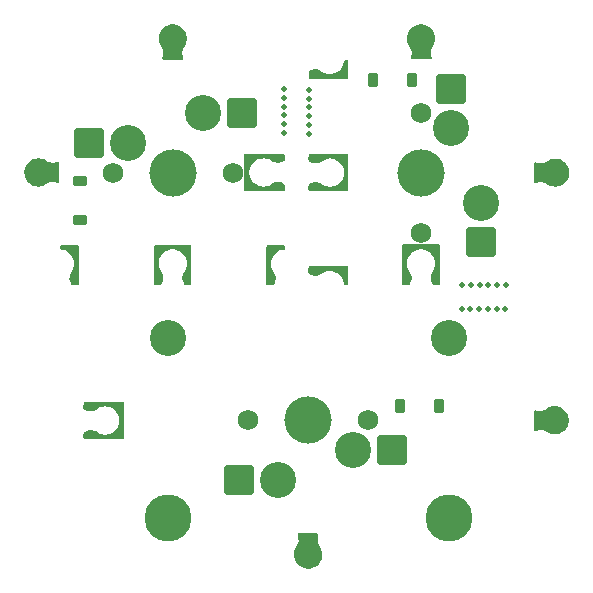
<source format=gbr>
%TF.GenerationSoftware,KiCad,Pcbnew,7.0.7*%
%TF.CreationDate,2023-09-12T19:54:29+10:00*%
%TF.ProjectId,jigsaw,6a696773-6177-42e6-9b69-6361645f7063,rev?*%
%TF.SameCoordinates,Original*%
%TF.FileFunction,Soldermask,Bot*%
%TF.FilePolarity,Negative*%
%FSLAX46Y46*%
G04 Gerber Fmt 4.6, Leading zero omitted, Abs format (unit mm)*
G04 Created by KiCad (PCBNEW 7.0.7) date 2023-09-12 19:54:29*
%MOMM*%
%LPD*%
G01*
G04 APERTURE LIST*
G04 Aperture macros list*
%AMRoundRect*
0 Rectangle with rounded corners*
0 $1 Rounding radius*
0 $2 $3 $4 $5 $6 $7 $8 $9 X,Y pos of 4 corners*
0 Add a 4 corners polygon primitive as box body*
4,1,4,$2,$3,$4,$5,$6,$7,$8,$9,$2,$3,0*
0 Add four circle primitives for the rounded corners*
1,1,$1+$1,$2,$3*
1,1,$1+$1,$4,$5*
1,1,$1+$1,$6,$7*
1,1,$1+$1,$8,$9*
0 Add four rect primitives between the rounded corners*
20,1,$1+$1,$2,$3,$4,$5,0*
20,1,$1+$1,$4,$5,$6,$7,0*
20,1,$1+$1,$6,$7,$8,$9,0*
20,1,$1+$1,$8,$9,$2,$3,0*%
G04 Aperture macros list end*
%ADD10C,3.987800*%
%ADD11C,3.048000*%
%ADD12RoundRect,0.225000X0.375000X-0.225000X0.375000X0.225000X-0.375000X0.225000X-0.375000X-0.225000X0*%
%ADD13C,1.750000*%
%ADD14C,3.050000*%
%ADD15C,4.000000*%
%ADD16RoundRect,0.250000X-1.025000X-1.000000X1.025000X-1.000000X1.025000X1.000000X-1.025000X1.000000X0*%
%ADD17C,0.500000*%
%ADD18RoundRect,0.225000X-0.225000X-0.375000X0.225000X-0.375000X0.225000X0.375000X-0.225000X0.375000X0*%
%ADD19RoundRect,0.225000X0.225000X0.375000X-0.225000X0.375000X-0.225000X-0.375000X0.225000X-0.375000X0*%
%ADD20RoundRect,0.250000X-1.000000X1.025000X-1.000000X-1.025000X1.000000X-1.025000X1.000000X1.025000X0*%
%ADD21RoundRect,0.250000X1.025000X1.000000X-1.025000X1.000000X-1.025000X-1.000000X1.025000X-1.000000X0*%
G04 APERTURE END LIST*
D10*
%TO.C,REF\u002A\u002A*%
X151682921Y-76350431D03*
D11*
X151682921Y-61110431D03*
D10*
X127870421Y-76350431D03*
D11*
X127870421Y-61110431D03*
%TD*%
D12*
%TO.C,D1*%
X120485521Y-51164333D03*
X120485521Y-47864333D03*
%TD*%
D13*
%TO.C,SW1*%
X123216145Y-47134197D03*
D14*
X124486145Y-44594197D03*
D15*
X128296145Y-47134197D03*
D14*
X130836145Y-42054197D03*
D13*
X133376145Y-47134197D03*
D16*
X121211145Y-44594197D03*
X134138145Y-42054197D03*
%TD*%
D17*
%TO.C,REF\u002A\u002A*%
X139816970Y-40134880D03*
X139816970Y-40874880D03*
X139816970Y-41614880D03*
X139816970Y-42354880D03*
X139816970Y-43094880D03*
X139816970Y-43834880D03*
X137766970Y-43784880D03*
X137766970Y-40824880D03*
X137766970Y-43044880D03*
X137766970Y-41564880D03*
X137766970Y-42304880D03*
X137766970Y-40084880D03*
%TD*%
%TO.C,REF\u002A\u002A*%
X156519550Y-56654620D03*
X155779550Y-56654620D03*
X155039550Y-56654620D03*
X154299550Y-56654620D03*
X153559550Y-56654620D03*
X152819550Y-56654620D03*
X156469550Y-58704620D03*
X155729550Y-58704620D03*
X154989550Y-58704620D03*
X154249550Y-58704620D03*
X153509550Y-58704620D03*
X152769550Y-58704620D03*
%TD*%
D18*
%TO.C,D1*%
X148596420Y-39323567D03*
X145296420Y-39323567D03*
%TD*%
D19*
%TO.C,D2*%
X147515753Y-66924634D03*
X150815753Y-66924634D03*
%TD*%
D20*
%TO.C,SW1*%
X154406556Y-52976191D03*
X151866556Y-40049191D03*
D13*
X149326556Y-52214191D03*
D14*
X154406556Y-49674191D03*
D15*
X149326556Y-47134191D03*
D14*
X151866556Y-43324191D03*
D13*
X149326556Y-42054191D03*
%TD*%
D21*
%TO.C,SW2*%
X133934671Y-73175431D03*
X146861671Y-70635431D03*
D13*
X134696671Y-68095431D03*
D14*
X137236671Y-73175431D03*
D15*
X139776671Y-68095431D03*
D14*
X143586671Y-70635431D03*
D13*
X144856671Y-68095431D03*
%TD*%
G36*
X143118023Y-55091396D02*
G01*
X143163778Y-55144200D01*
X143174984Y-55195711D01*
X143174984Y-56535807D01*
X143155299Y-56602846D01*
X143102495Y-56648601D01*
X143050984Y-56659807D01*
X142920450Y-56659807D01*
X142853411Y-56640122D01*
X142807656Y-56587318D01*
X142796939Y-56546808D01*
X142788251Y-56449271D01*
X142732632Y-56245347D01*
X142732629Y-56245341D01*
X142641894Y-56054447D01*
X142641887Y-56054437D01*
X142518884Y-55882559D01*
X142518873Y-55882545D01*
X142367454Y-55735071D01*
X142192385Y-55616641D01*
X142192377Y-55616637D01*
X141999147Y-55530965D01*
X141793826Y-55480746D01*
X141793816Y-55480744D01*
X141582866Y-55467555D01*
X141372890Y-55491810D01*
X141170489Y-55552746D01*
X140982031Y-55648451D01*
X140982020Y-55648457D01*
X140844564Y-55744322D01*
X140822909Y-55756402D01*
X140678011Y-55819153D01*
X140655419Y-55826459D01*
X140500704Y-55860554D01*
X140477133Y-55863421D01*
X140318748Y-55867401D01*
X140295063Y-55865722D01*
X140138823Y-55839439D01*
X140115891Y-55833276D01*
X139967532Y-55777696D01*
X139946197Y-55767275D01*
X139860143Y-55714488D01*
X139813291Y-55662655D01*
X139800980Y-55608790D01*
X139800980Y-55195711D01*
X139820665Y-55128672D01*
X139873469Y-55082917D01*
X139924980Y-55071711D01*
X143050984Y-55071711D01*
X143118023Y-55091396D01*
G37*
G36*
X137763039Y-45566378D02*
G01*
X137808794Y-45619182D01*
X137819999Y-45670182D01*
X137821489Y-46032002D01*
X137802081Y-46099122D01*
X137767281Y-46135008D01*
X137679173Y-46195002D01*
X137658112Y-46206531D01*
X137510579Y-46269582D01*
X137487693Y-46276835D01*
X137330774Y-46310274D01*
X137306917Y-46312981D01*
X137146495Y-46315552D01*
X137122565Y-46313611D01*
X136964656Y-46285220D01*
X136941548Y-46278704D01*
X136792075Y-46220415D01*
X136770640Y-46209557D01*
X136625046Y-46117076D01*
X136427527Y-46017832D01*
X136215091Y-45956739D01*
X135995047Y-45935897D01*
X135995033Y-45935897D01*
X135774919Y-45956013D01*
X135562286Y-46016402D01*
X135364445Y-46114989D01*
X135188190Y-46248393D01*
X135039583Y-46412021D01*
X134923717Y-46600265D01*
X134844578Y-46806650D01*
X134844577Y-46806653D01*
X134804877Y-47024101D01*
X134805983Y-47245127D01*
X134805984Y-47245137D01*
X134847856Y-47462180D01*
X134929058Y-47667765D01*
X135046798Y-47854839D01*
X135197038Y-48016976D01*
X135197043Y-48016980D01*
X135374605Y-48148600D01*
X135374621Y-48148610D01*
X135573426Y-48245207D01*
X135573433Y-48245210D01*
X135786651Y-48303468D01*
X135786649Y-48303468D01*
X136006967Y-48321384D01*
X136226801Y-48298340D01*
X136226815Y-48298337D01*
X136438617Y-48235126D01*
X136635134Y-48133920D01*
X136782145Y-48039730D01*
X136802445Y-48029225D01*
X136949827Y-47969464D01*
X136973141Y-47962582D01*
X137128630Y-47932860D01*
X137152839Y-47930658D01*
X137311142Y-47931843D01*
X137335315Y-47934407D01*
X137490343Y-47966453D01*
X137513552Y-47973684D01*
X137659343Y-48035356D01*
X137680697Y-48046977D01*
X137767425Y-48105875D01*
X137811826Y-48159822D01*
X137821761Y-48208456D01*
X137821761Y-48597701D01*
X137802076Y-48664740D01*
X137749272Y-48710495D01*
X137697761Y-48721701D01*
X134472497Y-48721701D01*
X134405458Y-48702016D01*
X134359703Y-48649212D01*
X134348497Y-48597701D01*
X134348497Y-45670693D01*
X134368182Y-45603654D01*
X134420986Y-45557899D01*
X134472497Y-45546693D01*
X137696000Y-45546693D01*
X137763039Y-45566378D01*
G37*
G36*
X149447993Y-34594748D02*
G01*
X149642745Y-34630304D01*
X149664870Y-34636508D01*
X149849711Y-34707386D01*
X149870312Y-34717566D01*
X150038899Y-34821332D01*
X150057269Y-34835139D01*
X150203818Y-34968235D01*
X150219323Y-34985193D01*
X150338796Y-35143042D01*
X150350907Y-35162572D01*
X150439199Y-35339751D01*
X150447498Y-35361178D01*
X150501585Y-35551618D01*
X150505788Y-35574210D01*
X150523805Y-35771351D01*
X150523767Y-35794330D01*
X150505100Y-35991409D01*
X150500823Y-36013987D01*
X150446108Y-36204246D01*
X150437738Y-36225647D01*
X150345076Y-36410067D01*
X150342014Y-36415469D01*
X150244747Y-36568651D01*
X150177692Y-36740602D01*
X150145030Y-36922250D01*
X150147984Y-37106780D01*
X150147984Y-37106781D01*
X150186445Y-37287293D01*
X150223003Y-37372839D01*
X150231246Y-37442221D01*
X150200670Y-37505045D01*
X150140982Y-37541366D01*
X150108978Y-37545567D01*
X148570852Y-37545567D01*
X148503813Y-37525882D01*
X148458058Y-37473078D01*
X148448114Y-37403920D01*
X148456650Y-37373257D01*
X148491824Y-37290107D01*
X148528813Y-37111160D01*
X148530181Y-36928430D01*
X148495874Y-36748954D01*
X148495873Y-36748947D01*
X148427212Y-36579614D01*
X148328778Y-36429886D01*
X148325234Y-36423762D01*
X148230590Y-36236276D01*
X148222464Y-36215858D01*
X148165704Y-36025673D01*
X148161201Y-36003139D01*
X148140562Y-35806255D01*
X148140294Y-35783277D01*
X148156338Y-35585965D01*
X148160314Y-35563333D01*
X148212491Y-35372364D01*
X148220576Y-35350853D01*
X148307094Y-35172796D01*
X148319008Y-35153148D01*
X148436894Y-34994112D01*
X148452230Y-34976998D01*
X148597440Y-34842443D01*
X148615670Y-34828454D01*
X148783210Y-34723005D01*
X148803709Y-34712619D01*
X148987831Y-34639896D01*
X149009893Y-34633471D01*
X149204278Y-34595968D01*
X149227147Y-34593725D01*
X149425101Y-34592734D01*
X149447993Y-34594748D01*
G37*
G36*
X124142334Y-66547443D02*
G01*
X124188089Y-66600247D01*
X124199295Y-66651758D01*
X124199295Y-69578766D01*
X124179610Y-69645805D01*
X124126806Y-69691560D01*
X124075295Y-69702766D01*
X120874849Y-69702766D01*
X120807810Y-69683081D01*
X120762055Y-69630277D01*
X120750849Y-69578800D01*
X120750756Y-69237672D01*
X120770422Y-69170627D01*
X120804879Y-69135202D01*
X120892652Y-69075327D01*
X120913501Y-69063867D01*
X121060319Y-69000667D01*
X121082974Y-68993400D01*
X121239153Y-68959405D01*
X121262779Y-68956598D01*
X121422586Y-68953057D01*
X121446313Y-68954815D01*
X121603842Y-68981858D01*
X121626797Y-68988114D01*
X121776250Y-69044741D01*
X121797620Y-69055287D01*
X121943637Y-69145750D01*
X122141544Y-69245291D01*
X122141553Y-69245294D01*
X122354398Y-69306697D01*
X122354396Y-69306697D01*
X122574920Y-69327864D01*
X122795569Y-69308070D01*
X122795571Y-69308069D01*
X123008801Y-69247990D01*
X123008805Y-69247989D01*
X123207325Y-69149681D01*
X123207329Y-69149678D01*
X123384364Y-69016495D01*
X123533850Y-68853000D01*
X123650676Y-68664779D01*
X123730858Y-68458256D01*
X123771642Y-68240515D01*
X123771643Y-68240511D01*
X123771642Y-68018973D01*
X123730857Y-67801234D01*
X123730856Y-67801229D01*
X123650677Y-67594714D01*
X123650674Y-67594709D01*
X123533847Y-67406489D01*
X123384356Y-67242988D01*
X123207331Y-67109814D01*
X123207321Y-67109807D01*
X123008807Y-67011502D01*
X123008800Y-67011500D01*
X122795572Y-66951422D01*
X122795559Y-66951420D01*
X122574916Y-66931627D01*
X122354391Y-66952795D01*
X122141550Y-67014197D01*
X122141543Y-67014199D01*
X121943637Y-67113750D01*
X121943631Y-67113754D01*
X121806229Y-67213764D01*
X121782392Y-67227359D01*
X121636878Y-67290159D01*
X121614304Y-67297431D01*
X121457638Y-67331787D01*
X121434095Y-67334628D01*
X121273766Y-67338531D01*
X121250111Y-67336839D01*
X121091960Y-67310146D01*
X121069060Y-67303981D01*
X120918893Y-67247672D01*
X120897569Y-67237250D01*
X120810107Y-67183572D01*
X120763266Y-67131728D01*
X120750969Y-67077479D01*
X120752376Y-66651349D01*
X120772281Y-66584374D01*
X120825236Y-66538794D01*
X120876375Y-66527758D01*
X124075295Y-66527758D01*
X124142334Y-66547443D01*
G37*
G36*
X116956284Y-45936985D02*
G01*
X117153363Y-45955652D01*
X117175941Y-45959929D01*
X117366200Y-46014644D01*
X117387601Y-46023014D01*
X117572021Y-46115676D01*
X117577423Y-46118738D01*
X117730603Y-46216004D01*
X117730604Y-46216005D01*
X117902556Y-46283060D01*
X118084204Y-46315721D01*
X118268734Y-46312768D01*
X118268735Y-46312768D01*
X118449247Y-46274307D01*
X118534793Y-46237750D01*
X118604175Y-46229507D01*
X118666999Y-46260083D01*
X118703320Y-46319771D01*
X118707521Y-46351775D01*
X118707521Y-47889901D01*
X118687836Y-47956940D01*
X118635032Y-48002695D01*
X118565874Y-48012639D01*
X118535211Y-48004103D01*
X118452061Y-47968928D01*
X118273114Y-47931939D01*
X118090383Y-47930571D01*
X117910908Y-47964878D01*
X117910901Y-47964879D01*
X117741566Y-48033541D01*
X117591840Y-48131975D01*
X117585716Y-48135518D01*
X117398230Y-48230162D01*
X117377812Y-48238288D01*
X117187627Y-48295048D01*
X117165093Y-48299551D01*
X116968209Y-48320190D01*
X116945231Y-48320458D01*
X116747919Y-48304414D01*
X116725287Y-48300438D01*
X116534318Y-48248261D01*
X116512807Y-48240176D01*
X116334750Y-48153658D01*
X116315102Y-48141744D01*
X116156066Y-48023858D01*
X116138952Y-48008522D01*
X116004397Y-47863312D01*
X115990408Y-47845082D01*
X115884959Y-47677542D01*
X115874573Y-47657043D01*
X115801850Y-47472921D01*
X115795425Y-47450859D01*
X115757922Y-47256474D01*
X115755679Y-47233605D01*
X115754688Y-47035651D01*
X115756702Y-47012759D01*
X115792258Y-46818007D01*
X115798462Y-46795882D01*
X115869340Y-46611041D01*
X115879520Y-46590440D01*
X115983286Y-46421853D01*
X115997093Y-46403483D01*
X116130189Y-46256934D01*
X116147147Y-46241429D01*
X116304996Y-46121956D01*
X116324526Y-46109845D01*
X116501705Y-46021553D01*
X116523132Y-46013254D01*
X116713572Y-45959167D01*
X116736164Y-45954964D01*
X116933305Y-45936947D01*
X116956284Y-45936985D01*
G37*
G36*
X128418535Y-34594714D02*
G01*
X128613286Y-34630269D01*
X128635412Y-34636473D01*
X128820251Y-34707350D01*
X128840853Y-34717530D01*
X129009445Y-34821300D01*
X129027814Y-34835107D01*
X129174361Y-34968201D01*
X129189866Y-34985159D01*
X129309339Y-35143008D01*
X129321450Y-35162538D01*
X129409742Y-35339717D01*
X129418042Y-35361145D01*
X129472129Y-35551586D01*
X129476331Y-35574177D01*
X129494348Y-35771317D01*
X129494310Y-35794296D01*
X129475642Y-35991377D01*
X129471365Y-36013955D01*
X129416652Y-36204209D01*
X129408282Y-36225610D01*
X129315617Y-36410034D01*
X129312555Y-36415436D01*
X129215289Y-36568616D01*
X129148235Y-36740567D01*
X129115574Y-36922208D01*
X129115574Y-36922213D01*
X129118528Y-37106745D01*
X129156991Y-37287260D01*
X129207138Y-37404606D01*
X129215381Y-37473987D01*
X129184804Y-37536812D01*
X129125117Y-37573132D01*
X129093113Y-37577333D01*
X127527940Y-37577333D01*
X127460901Y-37557648D01*
X127415146Y-37504844D01*
X127405202Y-37435686D01*
X127413738Y-37405023D01*
X127462364Y-37290073D01*
X127499353Y-37111126D01*
X127500721Y-36928397D01*
X127466414Y-36748918D01*
X127397751Y-36579581D01*
X127299317Y-36429850D01*
X127295774Y-36423727D01*
X127201130Y-36236241D01*
X127193004Y-36215822D01*
X127136245Y-36025639D01*
X127131742Y-36003106D01*
X127111103Y-35806220D01*
X127110835Y-35783242D01*
X127126879Y-35585930D01*
X127130855Y-35563298D01*
X127183033Y-35372328D01*
X127191118Y-35350818D01*
X127277633Y-35172764D01*
X127289547Y-35153115D01*
X127407437Y-34994074D01*
X127422774Y-34976960D01*
X127567980Y-34842410D01*
X127586209Y-34828421D01*
X127753752Y-34722970D01*
X127774251Y-34712584D01*
X127958373Y-34639861D01*
X127980435Y-34633436D01*
X128174821Y-34595934D01*
X128197690Y-34593691D01*
X128395644Y-34592700D01*
X128418535Y-34594714D01*
G37*
G36*
X140598311Y-77707607D02*
G01*
X140644066Y-77760411D01*
X140654010Y-77829569D01*
X140647376Y-77855464D01*
X140603276Y-77973055D01*
X140572614Y-78154692D01*
X140572614Y-78154693D01*
X140577093Y-78338833D01*
X140577094Y-78338845D01*
X140616550Y-78518774D01*
X140616550Y-78518775D01*
X140689540Y-78687900D01*
X140689541Y-78687903D01*
X140791497Y-78837257D01*
X140794978Y-78843001D01*
X140891071Y-79022863D01*
X140900842Y-79046924D01*
X140955435Y-79236164D01*
X140959727Y-79258687D01*
X140978695Y-79456291D01*
X140978766Y-79479219D01*
X140961029Y-79676929D01*
X140956878Y-79699478D01*
X140903043Y-79890547D01*
X140894812Y-79911945D01*
X140806719Y-80089839D01*
X140794687Y-80109358D01*
X140675351Y-80267985D01*
X140659934Y-80284953D01*
X140513430Y-80418903D01*
X140495150Y-80432744D01*
X140326493Y-80537428D01*
X140305978Y-80547667D01*
X140120925Y-80619512D01*
X140098877Y-80625798D01*
X139903766Y-80662346D01*
X139880936Y-80664466D01*
X139682426Y-80664466D01*
X139659596Y-80662346D01*
X139464484Y-80625798D01*
X139442436Y-80619512D01*
X139257383Y-80547667D01*
X139236868Y-80537428D01*
X139068211Y-80432744D01*
X139049931Y-80418903D01*
X138903427Y-80284953D01*
X138888010Y-80267985D01*
X138768674Y-80109358D01*
X138756642Y-80089839D01*
X138668549Y-79911945D01*
X138660318Y-79890547D01*
X138606483Y-79699478D01*
X138602332Y-79676929D01*
X138584595Y-79479219D01*
X138584666Y-79456291D01*
X138603634Y-79258687D01*
X138607926Y-79236165D01*
X138662947Y-79045441D01*
X138671311Y-79024094D01*
X138764448Y-78838919D01*
X138767125Y-78834136D01*
X138862407Y-78680248D01*
X138927516Y-78508435D01*
X138958611Y-78327350D01*
X138954546Y-78143658D01*
X138915473Y-77964123D01*
X138871063Y-77860947D01*
X138862639Y-77791587D01*
X138893051Y-77728683D01*
X138952643Y-77692207D01*
X138984960Y-77687922D01*
X140531272Y-77687922D01*
X140598311Y-77707607D01*
G37*
G36*
X160874821Y-45964924D02*
G01*
X160897454Y-45968900D01*
X161088424Y-46021078D01*
X161109934Y-46029163D01*
X161287988Y-46115678D01*
X161307637Y-46127592D01*
X161466678Y-46245482D01*
X161483791Y-46260818D01*
X161618342Y-46406023D01*
X161632332Y-46424253D01*
X161737782Y-46591795D01*
X161748168Y-46612294D01*
X161820892Y-46796419D01*
X161827317Y-46818481D01*
X161864819Y-47012865D01*
X161867062Y-47035734D01*
X161868053Y-47233689D01*
X161866039Y-47256580D01*
X161830484Y-47451330D01*
X161824280Y-47473456D01*
X161753403Y-47658295D01*
X161743223Y-47678896D01*
X161639451Y-47847492D01*
X161625644Y-47865861D01*
X161492556Y-48012402D01*
X161475597Y-48027909D01*
X161317743Y-48147384D01*
X161298215Y-48159494D01*
X161121034Y-48247788D01*
X161099606Y-48256087D01*
X160909171Y-48310173D01*
X160886578Y-48314376D01*
X160689435Y-48332393D01*
X160666457Y-48332355D01*
X160469376Y-48313687D01*
X160446798Y-48309410D01*
X160256540Y-48254695D01*
X160235140Y-48246325D01*
X160050719Y-48153664D01*
X160045316Y-48150602D01*
X159892134Y-48053332D01*
X159720183Y-47986277D01*
X159538536Y-47953616D01*
X159354004Y-47956569D01*
X159173490Y-47995031D01*
X159056147Y-48045176D01*
X158986765Y-48053419D01*
X158923941Y-48022842D01*
X158887621Y-47963154D01*
X158883420Y-47931151D01*
X158883420Y-46365988D01*
X158903105Y-46298949D01*
X158955909Y-46253194D01*
X159025067Y-46243250D01*
X159055730Y-46251786D01*
X159170682Y-46300413D01*
X159349626Y-46337402D01*
X159532358Y-46338771D01*
X159711841Y-46304463D01*
X159881171Y-46235802D01*
X159881173Y-46235801D01*
X160030896Y-46137366D01*
X160037022Y-46133822D01*
X160224510Y-46039177D01*
X160244928Y-46031051D01*
X160435114Y-45974290D01*
X160457649Y-45969787D01*
X160654533Y-45949149D01*
X160677509Y-45948881D01*
X160874821Y-45964924D01*
G37*
G36*
X137764800Y-53305454D02*
G01*
X137810555Y-53358258D01*
X137821761Y-53409769D01*
X137821761Y-53540303D01*
X137802076Y-53607342D01*
X137749272Y-53653097D01*
X137708763Y-53663814D01*
X137611226Y-53672502D01*
X137407303Y-53728121D01*
X137407302Y-53728122D01*
X137216402Y-53818863D01*
X137216393Y-53818868D01*
X137044512Y-53941876D01*
X137044509Y-53941878D01*
X136897033Y-54093298D01*
X136778604Y-54268368D01*
X136778600Y-54268376D01*
X136692930Y-54461603D01*
X136692927Y-54461612D01*
X136642712Y-54666916D01*
X136642709Y-54666935D01*
X136629521Y-54877882D01*
X136653776Y-55087861D01*
X136714710Y-55290250D01*
X136714711Y-55290253D01*
X136810408Y-55478726D01*
X136906274Y-55616186D01*
X136918354Y-55637841D01*
X136981106Y-55782741D01*
X136988412Y-55805333D01*
X137022507Y-55960049D01*
X137025374Y-55983620D01*
X137029354Y-56142007D01*
X137027675Y-56165691D01*
X137001394Y-56321930D01*
X136995231Y-56344861D01*
X136939653Y-56493220D01*
X136929231Y-56514559D01*
X136876443Y-56600612D01*
X136824610Y-56647463D01*
X136770746Y-56659773D01*
X136357665Y-56659773D01*
X136290626Y-56640088D01*
X136244871Y-56587284D01*
X136233665Y-56535773D01*
X136233665Y-53409769D01*
X136253350Y-53342730D01*
X136306154Y-53296975D01*
X136357665Y-53285769D01*
X137697761Y-53285769D01*
X137764800Y-53305454D01*
G37*
G36*
X160860078Y-66935913D02*
G01*
X160882627Y-66940064D01*
X161073696Y-66993899D01*
X161095094Y-67002130D01*
X161272988Y-67090223D01*
X161292507Y-67102255D01*
X161451134Y-67221591D01*
X161468102Y-67237008D01*
X161602052Y-67383512D01*
X161615893Y-67401792D01*
X161720577Y-67570449D01*
X161730816Y-67590964D01*
X161802661Y-67776017D01*
X161808947Y-67798065D01*
X161845495Y-67993177D01*
X161847615Y-68016007D01*
X161847615Y-68214516D01*
X161845495Y-68237346D01*
X161808947Y-68432458D01*
X161802661Y-68454506D01*
X161730816Y-68639559D01*
X161720577Y-68660074D01*
X161615893Y-68828731D01*
X161602052Y-68847011D01*
X161468102Y-68993515D01*
X161451134Y-69008932D01*
X161292507Y-69128268D01*
X161272988Y-69140300D01*
X161095094Y-69228393D01*
X161073696Y-69236624D01*
X160882627Y-69290459D01*
X160860078Y-69294610D01*
X160662368Y-69312347D01*
X160639440Y-69312276D01*
X160441836Y-69293308D01*
X160419314Y-69289016D01*
X160228590Y-69233995D01*
X160207243Y-69225631D01*
X160022068Y-69132494D01*
X160017285Y-69129817D01*
X159863397Y-69034534D01*
X159691583Y-68969425D01*
X159691585Y-68969425D01*
X159510495Y-68938330D01*
X159326805Y-68942394D01*
X159147270Y-68981466D01*
X159039438Y-69027881D01*
X158970078Y-69036305D01*
X158907174Y-69005893D01*
X158870698Y-68946300D01*
X158866413Y-68913984D01*
X158866413Y-67363921D01*
X158886098Y-67296882D01*
X158938902Y-67251127D01*
X159008060Y-67241183D01*
X159033955Y-67247817D01*
X159156205Y-67293664D01*
X159337842Y-67324326D01*
X159337843Y-67324326D01*
X159521985Y-67319847D01*
X159521991Y-67319846D01*
X159701922Y-67280389D01*
X159871050Y-67207398D01*
X160020412Y-67105440D01*
X160026156Y-67101960D01*
X160206009Y-67005871D01*
X160230071Y-66996099D01*
X160419314Y-66941506D01*
X160441836Y-66937215D01*
X160639440Y-66918247D01*
X160662368Y-66918176D01*
X160860078Y-66935913D01*
G37*
G36*
X143118023Y-45566372D02*
G01*
X143163778Y-45619176D01*
X143174984Y-45670687D01*
X143174984Y-48597695D01*
X143155299Y-48664734D01*
X143102495Y-48710489D01*
X143050984Y-48721695D01*
X139924980Y-48721695D01*
X139857941Y-48702010D01*
X139812186Y-48649206D01*
X139800980Y-48597695D01*
X139800980Y-48237015D01*
X139820665Y-48169976D01*
X139855195Y-48134516D01*
X139943570Y-48074347D01*
X139964629Y-48062821D01*
X140112159Y-47999778D01*
X140135045Y-47992525D01*
X140291965Y-47959091D01*
X140315820Y-47956385D01*
X140476236Y-47953817D01*
X140500166Y-47955758D01*
X140658077Y-47984152D01*
X140681182Y-47990668D01*
X140830658Y-48048956D01*
X140852075Y-48059802D01*
X140997694Y-48152263D01*
X140997706Y-48152270D01*
X141191220Y-48251506D01*
X141191224Y-48251507D01*
X141403658Y-48312599D01*
X141623715Y-48333444D01*
X141843837Y-48313327D01*
X142056469Y-48252939D01*
X142056472Y-48252937D01*
X142254312Y-48154351D01*
X142254316Y-48154349D01*
X142430564Y-48020950D01*
X142579174Y-47857319D01*
X142695036Y-47669080D01*
X142774181Y-47462686D01*
X142813879Y-47245240D01*
X142813880Y-47245237D01*
X142812775Y-47024211D01*
X142812775Y-47024203D01*
X142770901Y-46807160D01*
X142770900Y-46807156D01*
X142689698Y-46601569D01*
X142571961Y-46414503D01*
X142571960Y-46414502D01*
X142421718Y-46252362D01*
X142244149Y-46120736D01*
X142244137Y-46120730D01*
X142045329Y-46024130D01*
X142045322Y-46024127D01*
X141832104Y-45965869D01*
X141832106Y-45965869D01*
X141611788Y-45947953D01*
X141391952Y-45970999D01*
X141391935Y-45971002D01*
X141180138Y-46034212D01*
X140983622Y-46135417D01*
X140983616Y-46135420D01*
X140841140Y-46229088D01*
X140819617Y-46240387D01*
X140672910Y-46299874D01*
X140649595Y-46306756D01*
X140494111Y-46336475D01*
X140469903Y-46338677D01*
X140311600Y-46337492D01*
X140287426Y-46334928D01*
X140132399Y-46302881D01*
X140109191Y-46295650D01*
X139963397Y-46233976D01*
X139942046Y-46222357D01*
X139856203Y-46164064D01*
X139811801Y-46110118D01*
X139801875Y-46059817D01*
X139807119Y-45669023D01*
X139827701Y-45602254D01*
X139881115Y-45557212D01*
X139931108Y-45546687D01*
X143050984Y-45546687D01*
X143118023Y-45566372D01*
G37*
G36*
X129826688Y-53305454D02*
G01*
X129872443Y-53358258D01*
X129883649Y-53409769D01*
X129883649Y-56535773D01*
X129863964Y-56602812D01*
X129811160Y-56648567D01*
X129759649Y-56659773D01*
X129398969Y-56659773D01*
X129331930Y-56640088D01*
X129296470Y-56605558D01*
X129236300Y-56517182D01*
X129224774Y-56496123D01*
X129161731Y-56348593D01*
X129154478Y-56325707D01*
X129121044Y-56168788D01*
X129118338Y-56144932D01*
X129115771Y-55984516D01*
X129117712Y-55960588D01*
X129146106Y-55802675D01*
X129152623Y-55779567D01*
X129210911Y-55630098D01*
X129221755Y-55608684D01*
X129314218Y-55463057D01*
X129413460Y-55269530D01*
X129413461Y-55269526D01*
X129474552Y-55057092D01*
X129495397Y-54837040D01*
X129495397Y-54837029D01*
X129475279Y-54616913D01*
X129414890Y-54404278D01*
X129414887Y-54404271D01*
X129316304Y-54206441D01*
X129316299Y-54206433D01*
X129182900Y-54030184D01*
X129019272Y-53881577D01*
X128831024Y-53765709D01*
X128624637Y-53686569D01*
X128624633Y-53686568D01*
X128407187Y-53646870D01*
X128407185Y-53646869D01*
X128186158Y-53647975D01*
X128186148Y-53647976D01*
X127969105Y-53689849D01*
X127969101Y-53689850D01*
X127763516Y-53771051D01*
X127576442Y-53888793D01*
X127576440Y-53888795D01*
X127414311Y-54039029D01*
X127414302Y-54039040D01*
X127282684Y-54216600D01*
X127282674Y-54216617D01*
X127186075Y-54415424D01*
X127186071Y-54415434D01*
X127127815Y-54628646D01*
X127127812Y-54628662D01*
X127109899Y-54848967D01*
X127132943Y-55068803D01*
X127132946Y-55068817D01*
X127196157Y-55280616D01*
X127297373Y-55477132D01*
X127391045Y-55619615D01*
X127402344Y-55641140D01*
X127461827Y-55787841D01*
X127468709Y-55811154D01*
X127498431Y-55966642D01*
X127500633Y-55990851D01*
X127499448Y-56149154D01*
X127496884Y-56173327D01*
X127464839Y-56328353D01*
X127457608Y-56351562D01*
X127395934Y-56497355D01*
X127384314Y-56518708D01*
X127325418Y-56605436D01*
X127271471Y-56649837D01*
X127222836Y-56659773D01*
X126832641Y-56659773D01*
X126765602Y-56640088D01*
X126719847Y-56587284D01*
X126708641Y-56535773D01*
X126708641Y-53409769D01*
X126728326Y-53342730D01*
X126781130Y-53296975D01*
X126832641Y-53285769D01*
X129759649Y-53285769D01*
X129826688Y-53305454D01*
G37*
G36*
X150857099Y-53206228D02*
G01*
X150902854Y-53259032D01*
X150914060Y-53310543D01*
X150914060Y-56534041D01*
X150894375Y-56601080D01*
X150841571Y-56646835D01*
X150790572Y-56658040D01*
X150428745Y-56659534D01*
X150361625Y-56640126D01*
X150325743Y-56605333D01*
X150265740Y-56517225D01*
X150254209Y-56496162D01*
X150191149Y-56348627D01*
X150183894Y-56325739D01*
X150150452Y-56168824D01*
X150147744Y-56144966D01*
X150145171Y-55984542D01*
X150147112Y-55960608D01*
X150175507Y-55802692D01*
X150182025Y-55779582D01*
X150240316Y-55630118D01*
X150251179Y-55608675D01*
X150343677Y-55463090D01*
X150343678Y-55463087D01*
X150442921Y-55265571D01*
X150504012Y-55053145D01*
X150504014Y-55053134D01*
X150524858Y-54833085D01*
X150524858Y-54833075D01*
X150504741Y-54612957D01*
X150444352Y-54400322D01*
X150444349Y-54400315D01*
X150345762Y-54202480D01*
X150345757Y-54202471D01*
X150212360Y-54026226D01*
X150048732Y-53877618D01*
X149860489Y-53761753D01*
X149860491Y-53761753D01*
X149654092Y-53682608D01*
X149436646Y-53642910D01*
X149436643Y-53642909D01*
X149215615Y-53644015D01*
X149215605Y-53644016D01*
X148998562Y-53685889D01*
X148998558Y-53685890D01*
X148792974Y-53767091D01*
X148792964Y-53767096D01*
X148605898Y-53884835D01*
X148443766Y-54035071D01*
X148443762Y-54035075D01*
X148312134Y-54212650D01*
X148312129Y-54212660D01*
X148215529Y-54411468D01*
X148157267Y-54624705D01*
X148139354Y-54845013D01*
X148162400Y-55064850D01*
X148162402Y-55064863D01*
X148225614Y-55276665D01*
X148326837Y-55473189D01*
X148421020Y-55620187D01*
X148431524Y-55640486D01*
X148491288Y-55787874D01*
X148498171Y-55811190D01*
X148527891Y-55966675D01*
X148530093Y-55990883D01*
X148528908Y-56149186D01*
X148526344Y-56173360D01*
X148494298Y-56328385D01*
X148487067Y-56351594D01*
X148425391Y-56497388D01*
X148413773Y-56518738D01*
X148354878Y-56605468D01*
X148300931Y-56649870D01*
X148252294Y-56659807D01*
X147863052Y-56659807D01*
X147796013Y-56640122D01*
X147750258Y-56587318D01*
X147739052Y-56535807D01*
X147739052Y-53310543D01*
X147758737Y-53243504D01*
X147811541Y-53197749D01*
X147863052Y-53186543D01*
X150790060Y-53186543D01*
X150857099Y-53206228D01*
G37*
G36*
X143118023Y-37629252D02*
G01*
X143163778Y-37682056D01*
X143174984Y-37733567D01*
X143174984Y-39072671D01*
X143155299Y-39139710D01*
X143102495Y-39185465D01*
X143050984Y-39196671D01*
X139927999Y-39196671D01*
X139860960Y-39176986D01*
X139815205Y-39124182D01*
X139804596Y-39060517D01*
X139816969Y-38934883D01*
X139816970Y-38934872D01*
X139804383Y-38664340D01*
X139820931Y-38596458D01*
X139863413Y-38552878D01*
X139946195Y-38502099D01*
X139967530Y-38491679D01*
X140115893Y-38436098D01*
X140138824Y-38429935D01*
X140295062Y-38403653D01*
X140318747Y-38401974D01*
X140477129Y-38405954D01*
X140500699Y-38408820D01*
X140655422Y-38442916D01*
X140678015Y-38450223D01*
X140823399Y-38513184D01*
X140844185Y-38524663D01*
X140984740Y-38620918D01*
X141172459Y-38717413D01*
X141374773Y-38777951D01*
X141374772Y-38777951D01*
X141584597Y-38801862D01*
X141795350Y-38788397D01*
X142000421Y-38737976D01*
X142000427Y-38737974D01*
X142193388Y-38652180D01*
X142193391Y-38652178D01*
X142368201Y-38533697D01*
X142368207Y-38533692D01*
X142519373Y-38386249D01*
X142519376Y-38386245D01*
X142642186Y-38214434D01*
X142732763Y-38023676D01*
X142732768Y-38023665D01*
X142788286Y-37819915D01*
X142796948Y-37722577D01*
X142822497Y-37657546D01*
X142879148Y-37616651D01*
X142920460Y-37609567D01*
X143050984Y-37609567D01*
X143118023Y-37629252D01*
G37*
G36*
X120301664Y-53305454D02*
G01*
X120347419Y-53358258D01*
X120358625Y-53409769D01*
X120358625Y-56535773D01*
X120338940Y-56602812D01*
X120286136Y-56648567D01*
X120234625Y-56659773D01*
X119822538Y-56659773D01*
X119755499Y-56640088D01*
X119716839Y-56600609D01*
X119664053Y-56514555D01*
X119653633Y-56493220D01*
X119598053Y-56344859D01*
X119591890Y-56321928D01*
X119565608Y-56165689D01*
X119563929Y-56142005D01*
X119567908Y-55983620D01*
X119570775Y-55960048D01*
X119604870Y-55805333D01*
X119612176Y-55782741D01*
X119675139Y-55637353D01*
X119686618Y-55616568D01*
X119782874Y-55476010D01*
X119782878Y-55476004D01*
X119879366Y-55288296D01*
X119939905Y-55085979D01*
X119963817Y-54876155D01*
X119950351Y-54665402D01*
X119899930Y-54460331D01*
X119899928Y-54460325D01*
X119814134Y-54267364D01*
X119814132Y-54267361D01*
X119695651Y-54092551D01*
X119695646Y-54092545D01*
X119548203Y-53941379D01*
X119548199Y-53941376D01*
X119376388Y-53818566D01*
X119185630Y-53727989D01*
X119185619Y-53727984D01*
X118981869Y-53672466D01*
X118884531Y-53663805D01*
X118819500Y-53638256D01*
X118778605Y-53581605D01*
X118771521Y-53540293D01*
X118771521Y-53409769D01*
X118791206Y-53342730D01*
X118844010Y-53296975D01*
X118895521Y-53285769D01*
X120234625Y-53285769D01*
X120301664Y-53305454D01*
G37*
M02*

</source>
